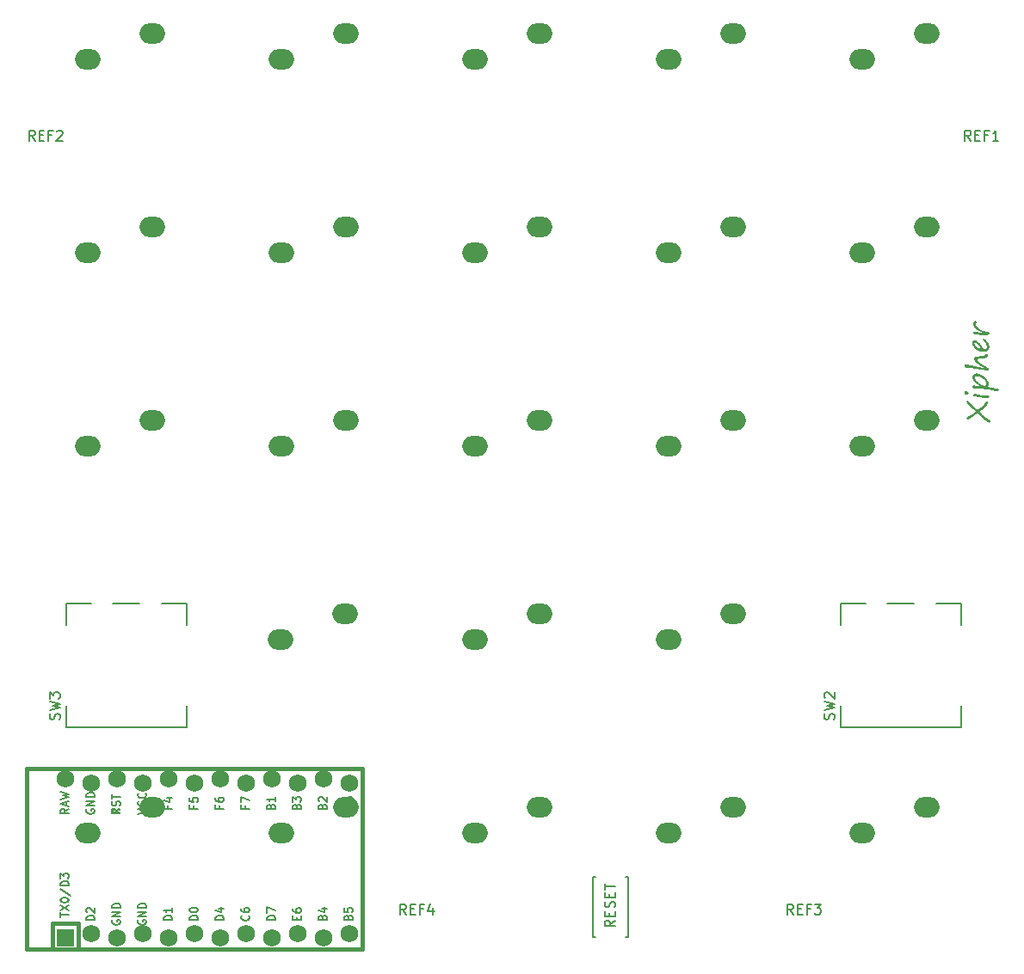
<source format=gto>
G04 #@! TF.GenerationSoftware,KiCad,Pcbnew,(6.0.1)*
G04 #@! TF.CreationDate,2022-02-24T19:16:21+09:00*
G04 #@! TF.ProjectId,xipher_kbd_nohot,78697068-6572-45f6-9b62-645f6e6f686f,rev?*
G04 #@! TF.SameCoordinates,Original*
G04 #@! TF.FileFunction,Legend,Top*
G04 #@! TF.FilePolarity,Positive*
%FSLAX46Y46*%
G04 Gerber Fmt 4.6, Leading zero omitted, Abs format (unit mm)*
G04 Created by KiCad (PCBNEW (6.0.1)) date 2022-02-24 19:16:21*
%MOMM*%
%LPD*%
G01*
G04 APERTURE LIST*
%ADD10C,0.150000*%
%ADD11C,0.200000*%
%ADD12C,0.381000*%
%ADD13C,0.160000*%
%ADD14R,1.752600X1.752600*%
%ADD15C,1.752600*%
%ADD16O,2.500000X2.000000*%
G04 APERTURE END LIST*
D10*
G04 #@! TO.C,U1*
X36391904Y-124824848D02*
X36391904Y-124367705D01*
X37191904Y-124596276D02*
X36391904Y-124596276D01*
X36391904Y-124177229D02*
X37191904Y-123643895D01*
X36391904Y-123643895D02*
X37191904Y-124177229D01*
X36391904Y-123186752D02*
X36391904Y-123110562D01*
X36430000Y-123034372D01*
X36468095Y-122996276D01*
X36544285Y-122958181D01*
X36696666Y-122920086D01*
X36887142Y-122920086D01*
X37039523Y-122958181D01*
X37115714Y-122996276D01*
X37153809Y-123034372D01*
X37191904Y-123110562D01*
X37191904Y-123186752D01*
X37153809Y-123262943D01*
X37115714Y-123301038D01*
X37039523Y-123339133D01*
X36887142Y-123377229D01*
X36696666Y-123377229D01*
X36544285Y-123339133D01*
X36468095Y-123301038D01*
X36430000Y-123262943D01*
X36391904Y-123186752D01*
X36353809Y-122005800D02*
X37382380Y-122691514D01*
X37191904Y-121739133D02*
X36391904Y-121739133D01*
X36391904Y-121548657D01*
X36430000Y-121434372D01*
X36506190Y-121358181D01*
X36582380Y-121320086D01*
X36734761Y-121281991D01*
X36849047Y-121281991D01*
X37001428Y-121320086D01*
X37077619Y-121358181D01*
X37153809Y-121434372D01*
X37191904Y-121548657D01*
X37191904Y-121739133D01*
X36391904Y-121015324D02*
X36391904Y-120520086D01*
X36696666Y-120786752D01*
X36696666Y-120672467D01*
X36734761Y-120596276D01*
X36772857Y-120558181D01*
X36849047Y-120520086D01*
X37039523Y-120520086D01*
X37115714Y-120558181D01*
X37153809Y-120596276D01*
X37191904Y-120672467D01*
X37191904Y-120901038D01*
X37153809Y-120977229D01*
X37115714Y-121015324D01*
X64712857Y-113925309D02*
X64750952Y-113811023D01*
X64789047Y-113772928D01*
X64865238Y-113734833D01*
X64979523Y-113734833D01*
X65055714Y-113772928D01*
X65093809Y-113811023D01*
X65131904Y-113887214D01*
X65131904Y-114191976D01*
X64331904Y-114191976D01*
X64331904Y-113925309D01*
X64370000Y-113849119D01*
X64408095Y-113811023D01*
X64484285Y-113772928D01*
X64560476Y-113772928D01*
X64636666Y-113811023D01*
X64674761Y-113849119D01*
X64712857Y-113925309D01*
X64712857Y-114191976D01*
X64331904Y-113049119D02*
X64331904Y-113201500D01*
X64370000Y-113277690D01*
X64408095Y-113315785D01*
X64522380Y-113391976D01*
X64674761Y-113430071D01*
X64979523Y-113430071D01*
X65055714Y-113391976D01*
X65093809Y-113353880D01*
X65131904Y-113277690D01*
X65131904Y-113125309D01*
X65093809Y-113049119D01*
X65055714Y-113011023D01*
X64979523Y-112972928D01*
X64789047Y-112972928D01*
X64712857Y-113011023D01*
X64674761Y-113049119D01*
X64636666Y-113125309D01*
X64636666Y-113277690D01*
X64674761Y-113353880D01*
X64712857Y-113391976D01*
X64789047Y-113430071D01*
X46932857Y-113868166D02*
X46932857Y-114134833D01*
X47351904Y-114134833D02*
X46551904Y-114134833D01*
X46551904Y-113753880D01*
X46818571Y-113106261D02*
X47351904Y-113106261D01*
X46513809Y-113296738D02*
X47085238Y-113487214D01*
X47085238Y-112991976D01*
X41510000Y-125133023D02*
X41471904Y-125209214D01*
X41471904Y-125323500D01*
X41510000Y-125437785D01*
X41586190Y-125513976D01*
X41662380Y-125552071D01*
X41814761Y-125590166D01*
X41929047Y-125590166D01*
X42081428Y-125552071D01*
X42157619Y-125513976D01*
X42233809Y-125437785D01*
X42271904Y-125323500D01*
X42271904Y-125247309D01*
X42233809Y-125133023D01*
X42195714Y-125094928D01*
X41929047Y-125094928D01*
X41929047Y-125247309D01*
X42271904Y-124752071D02*
X41471904Y-124752071D01*
X42271904Y-124294928D01*
X41471904Y-124294928D01*
X42271904Y-123913976D02*
X41471904Y-123913976D01*
X41471904Y-123723500D01*
X41510000Y-123609214D01*
X41586190Y-123533023D01*
X41662380Y-123494928D01*
X41814761Y-123456833D01*
X41929047Y-123456833D01*
X42081428Y-123494928D01*
X42157619Y-123533023D01*
X42233809Y-123609214D01*
X42271904Y-123723500D01*
X42271904Y-123913976D01*
X52012857Y-113868166D02*
X52012857Y-114134833D01*
X52431904Y-114134833D02*
X51631904Y-114134833D01*
X51631904Y-113753880D01*
X51631904Y-113106261D02*
X51631904Y-113258642D01*
X51670000Y-113334833D01*
X51708095Y-113372928D01*
X51822380Y-113449119D01*
X51974761Y-113487214D01*
X52279523Y-113487214D01*
X52355714Y-113449119D01*
X52393809Y-113411023D01*
X52431904Y-113334833D01*
X52431904Y-113182452D01*
X52393809Y-113106261D01*
X52355714Y-113068166D01*
X52279523Y-113030071D01*
X52089047Y-113030071D01*
X52012857Y-113068166D01*
X51974761Y-113106261D01*
X51936666Y-113182452D01*
X51936666Y-113334833D01*
X51974761Y-113411023D01*
X52012857Y-113449119D01*
X52089047Y-113487214D01*
X37191904Y-114153880D02*
X36810952Y-114420547D01*
X37191904Y-114611023D02*
X36391904Y-114611023D01*
X36391904Y-114306261D01*
X36430000Y-114230071D01*
X36468095Y-114191976D01*
X36544285Y-114153880D01*
X36658571Y-114153880D01*
X36734761Y-114191976D01*
X36772857Y-114230071D01*
X36810952Y-114306261D01*
X36810952Y-114611023D01*
X36963333Y-113849119D02*
X36963333Y-113468166D01*
X37191904Y-113925309D02*
X36391904Y-113658642D01*
X37191904Y-113391976D01*
X36391904Y-113201500D02*
X37191904Y-113011023D01*
X36620476Y-112858642D01*
X37191904Y-112706261D01*
X36391904Y-112515785D01*
X57092857Y-113925309D02*
X57130952Y-113811023D01*
X57169047Y-113772928D01*
X57245238Y-113734833D01*
X57359523Y-113734833D01*
X57435714Y-113772928D01*
X57473809Y-113811023D01*
X57511904Y-113887214D01*
X57511904Y-114191976D01*
X56711904Y-114191976D01*
X56711904Y-113925309D01*
X56750000Y-113849119D01*
X56788095Y-113811023D01*
X56864285Y-113772928D01*
X56940476Y-113772928D01*
X57016666Y-113811023D01*
X57054761Y-113849119D01*
X57092857Y-113925309D01*
X57092857Y-114191976D01*
X57511904Y-112972928D02*
X57511904Y-113430071D01*
X57511904Y-113201500D02*
X56711904Y-113201500D01*
X56826190Y-113277690D01*
X56902380Y-113353880D01*
X56940476Y-113430071D01*
X57511904Y-125113976D02*
X56711904Y-125113976D01*
X56711904Y-124923500D01*
X56750000Y-124809214D01*
X56826190Y-124733023D01*
X56902380Y-124694928D01*
X57054761Y-124656833D01*
X57169047Y-124656833D01*
X57321428Y-124694928D01*
X57397619Y-124733023D01*
X57473809Y-124809214D01*
X57511904Y-124923500D01*
X57511904Y-125113976D01*
X56711904Y-124390166D02*
X56711904Y-123856833D01*
X57511904Y-124199690D01*
X54552857Y-113868166D02*
X54552857Y-114134833D01*
X54971904Y-114134833D02*
X54171904Y-114134833D01*
X54171904Y-113753880D01*
X54171904Y-113525309D02*
X54171904Y-112991976D01*
X54971904Y-113334833D01*
X49472857Y-113868166D02*
X49472857Y-114134833D01*
X49891904Y-114134833D02*
X49091904Y-114134833D01*
X49091904Y-113753880D01*
X49091904Y-113068166D02*
X49091904Y-113449119D01*
X49472857Y-113487214D01*
X49434761Y-113449119D01*
X49396666Y-113372928D01*
X49396666Y-113182452D01*
X49434761Y-113106261D01*
X49472857Y-113068166D01*
X49549047Y-113030071D01*
X49739523Y-113030071D01*
X49815714Y-113068166D01*
X49853809Y-113106261D01*
X49891904Y-113182452D01*
X49891904Y-113372928D01*
X49853809Y-113449119D01*
X49815714Y-113487214D01*
X44011904Y-114668166D02*
X44811904Y-114401500D01*
X44011904Y-114134833D01*
X44735714Y-113411023D02*
X44773809Y-113449119D01*
X44811904Y-113563404D01*
X44811904Y-113639595D01*
X44773809Y-113753880D01*
X44697619Y-113830071D01*
X44621428Y-113868166D01*
X44469047Y-113906261D01*
X44354761Y-113906261D01*
X44202380Y-113868166D01*
X44126190Y-113830071D01*
X44050000Y-113753880D01*
X44011904Y-113639595D01*
X44011904Y-113563404D01*
X44050000Y-113449119D01*
X44088095Y-113411023D01*
X44735714Y-112611023D02*
X44773809Y-112649119D01*
X44811904Y-112763404D01*
X44811904Y-112839595D01*
X44773809Y-112953880D01*
X44697619Y-113030071D01*
X44621428Y-113068166D01*
X44469047Y-113106261D01*
X44354761Y-113106261D01*
X44202380Y-113068166D01*
X44126190Y-113030071D01*
X44050000Y-112953880D01*
X44011904Y-112839595D01*
X44011904Y-112763404D01*
X44050000Y-112649119D01*
X44088095Y-112611023D01*
X49891904Y-125113976D02*
X49091904Y-125113976D01*
X49091904Y-124923500D01*
X49130000Y-124809214D01*
X49206190Y-124733023D01*
X49282380Y-124694928D01*
X49434761Y-124656833D01*
X49549047Y-124656833D01*
X49701428Y-124694928D01*
X49777619Y-124733023D01*
X49853809Y-124809214D01*
X49891904Y-124923500D01*
X49891904Y-125113976D01*
X49091904Y-124161595D02*
X49091904Y-124085404D01*
X49130000Y-124009214D01*
X49168095Y-123971119D01*
X49244285Y-123933023D01*
X49396666Y-123894928D01*
X49587142Y-123894928D01*
X49739523Y-123933023D01*
X49815714Y-123971119D01*
X49853809Y-124009214D01*
X49891904Y-124085404D01*
X49891904Y-124161595D01*
X49853809Y-124237785D01*
X49815714Y-124275880D01*
X49739523Y-124313976D01*
X49587142Y-124352071D01*
X49396666Y-124352071D01*
X49244285Y-124313976D01*
X49168095Y-124275880D01*
X49130000Y-124237785D01*
X49091904Y-124161595D01*
X52431904Y-125113976D02*
X51631904Y-125113976D01*
X51631904Y-124923500D01*
X51670000Y-124809214D01*
X51746190Y-124733023D01*
X51822380Y-124694928D01*
X51974761Y-124656833D01*
X52089047Y-124656833D01*
X52241428Y-124694928D01*
X52317619Y-124733023D01*
X52393809Y-124809214D01*
X52431904Y-124923500D01*
X52431904Y-125113976D01*
X51898571Y-123971119D02*
X52431904Y-123971119D01*
X51593809Y-124161595D02*
X52165238Y-124352071D01*
X52165238Y-123856833D01*
X38970000Y-114211023D02*
X38931904Y-114287214D01*
X38931904Y-114401500D01*
X38970000Y-114515785D01*
X39046190Y-114591976D01*
X39122380Y-114630071D01*
X39274761Y-114668166D01*
X39389047Y-114668166D01*
X39541428Y-114630071D01*
X39617619Y-114591976D01*
X39693809Y-114515785D01*
X39731904Y-114401500D01*
X39731904Y-114325309D01*
X39693809Y-114211023D01*
X39655714Y-114172928D01*
X39389047Y-114172928D01*
X39389047Y-114325309D01*
X39731904Y-113830071D02*
X38931904Y-113830071D01*
X39731904Y-113372928D01*
X38931904Y-113372928D01*
X39731904Y-112991976D02*
X38931904Y-112991976D01*
X38931904Y-112801500D01*
X38970000Y-112687214D01*
X39046190Y-112611023D01*
X39122380Y-112572928D01*
X39274761Y-112534833D01*
X39389047Y-112534833D01*
X39541428Y-112572928D01*
X39617619Y-112611023D01*
X39693809Y-112687214D01*
X39731904Y-112801500D01*
X39731904Y-112991976D01*
X59632857Y-113925309D02*
X59670952Y-113811023D01*
X59709047Y-113772928D01*
X59785238Y-113734833D01*
X59899523Y-113734833D01*
X59975714Y-113772928D01*
X60013809Y-113811023D01*
X60051904Y-113887214D01*
X60051904Y-114191976D01*
X59251904Y-114191976D01*
X59251904Y-113925309D01*
X59290000Y-113849119D01*
X59328095Y-113811023D01*
X59404285Y-113772928D01*
X59480476Y-113772928D01*
X59556666Y-113811023D01*
X59594761Y-113849119D01*
X59632857Y-113925309D01*
X59632857Y-114191976D01*
X59251904Y-113468166D02*
X59251904Y-112972928D01*
X59556666Y-113239595D01*
X59556666Y-113125309D01*
X59594761Y-113049119D01*
X59632857Y-113011023D01*
X59709047Y-112972928D01*
X59899523Y-112972928D01*
X59975714Y-113011023D01*
X60013809Y-113049119D01*
X60051904Y-113125309D01*
X60051904Y-113353880D01*
X60013809Y-113430071D01*
X59975714Y-113468166D01*
X42203809Y-113862713D02*
X42241904Y-113748427D01*
X42241904Y-113557951D01*
X42203809Y-113481760D01*
X42165714Y-113443665D01*
X42089523Y-113405570D01*
X42013333Y-113405570D01*
X41937142Y-113443665D01*
X41899047Y-113481760D01*
X41860952Y-113557951D01*
X41822857Y-113710332D01*
X41784761Y-113786522D01*
X41746666Y-113824618D01*
X41670476Y-113862713D01*
X41594285Y-113862713D01*
X41518095Y-113824618D01*
X41480000Y-113786522D01*
X41441904Y-113710332D01*
X41441904Y-113519856D01*
X41480000Y-113405570D01*
X41441904Y-113176999D02*
X41441904Y-112719856D01*
X42241904Y-112948427D02*
X41441904Y-112948427D01*
X47351904Y-125113976D02*
X46551904Y-125113976D01*
X46551904Y-124923500D01*
X46590000Y-124809214D01*
X46666190Y-124733023D01*
X46742380Y-124694928D01*
X46894761Y-124656833D01*
X47009047Y-124656833D01*
X47161428Y-124694928D01*
X47237619Y-124733023D01*
X47313809Y-124809214D01*
X47351904Y-124923500D01*
X47351904Y-125113976D01*
X47351904Y-123894928D02*
X47351904Y-124352071D01*
X47351904Y-124123500D02*
X46551904Y-124123500D01*
X46666190Y-124199690D01*
X46742380Y-124275880D01*
X46780476Y-124352071D01*
X62172857Y-124847309D02*
X62210952Y-124733023D01*
X62249047Y-124694928D01*
X62325238Y-124656833D01*
X62439523Y-124656833D01*
X62515714Y-124694928D01*
X62553809Y-124733023D01*
X62591904Y-124809214D01*
X62591904Y-125113976D01*
X61791904Y-125113976D01*
X61791904Y-124847309D01*
X61830000Y-124771119D01*
X61868095Y-124733023D01*
X61944285Y-124694928D01*
X62020476Y-124694928D01*
X62096666Y-124733023D01*
X62134761Y-124771119D01*
X62172857Y-124847309D01*
X62172857Y-125113976D01*
X62058571Y-123971119D02*
X62591904Y-123971119D01*
X61753809Y-124161595D02*
X62325238Y-124352071D01*
X62325238Y-123856833D01*
X64712857Y-124847309D02*
X64750952Y-124733023D01*
X64789047Y-124694928D01*
X64865238Y-124656833D01*
X64979523Y-124656833D01*
X65055714Y-124694928D01*
X65093809Y-124733023D01*
X65131904Y-124809214D01*
X65131904Y-125113976D01*
X64331904Y-125113976D01*
X64331904Y-124847309D01*
X64370000Y-124771119D01*
X64408095Y-124733023D01*
X64484285Y-124694928D01*
X64560476Y-124694928D01*
X64636666Y-124733023D01*
X64674761Y-124771119D01*
X64712857Y-124847309D01*
X64712857Y-125113976D01*
X64331904Y-123933023D02*
X64331904Y-124313976D01*
X64712857Y-124352071D01*
X64674761Y-124313976D01*
X64636666Y-124237785D01*
X64636666Y-124047309D01*
X64674761Y-123971119D01*
X64712857Y-123933023D01*
X64789047Y-123894928D01*
X64979523Y-123894928D01*
X65055714Y-123933023D01*
X65093809Y-123971119D01*
X65131904Y-124047309D01*
X65131904Y-124237785D01*
X65093809Y-124313976D01*
X65055714Y-124352071D01*
X39731904Y-125113976D02*
X38931904Y-125113976D01*
X38931904Y-124923500D01*
X38970000Y-124809214D01*
X39046190Y-124733023D01*
X39122380Y-124694928D01*
X39274761Y-124656833D01*
X39389047Y-124656833D01*
X39541428Y-124694928D01*
X39617619Y-124733023D01*
X39693809Y-124809214D01*
X39731904Y-124923500D01*
X39731904Y-125113976D01*
X39008095Y-124352071D02*
X38970000Y-124313976D01*
X38931904Y-124237785D01*
X38931904Y-124047309D01*
X38970000Y-123971119D01*
X39008095Y-123933023D01*
X39084285Y-123894928D01*
X39160476Y-123894928D01*
X39274761Y-123933023D01*
X39731904Y-124390166D01*
X39731904Y-123894928D01*
X62172857Y-113925309D02*
X62210952Y-113811023D01*
X62249047Y-113772928D01*
X62325238Y-113734833D01*
X62439523Y-113734833D01*
X62515714Y-113772928D01*
X62553809Y-113811023D01*
X62591904Y-113887214D01*
X62591904Y-114191976D01*
X61791904Y-114191976D01*
X61791904Y-113925309D01*
X61830000Y-113849119D01*
X61868095Y-113811023D01*
X61944285Y-113772928D01*
X62020476Y-113772928D01*
X62096666Y-113811023D01*
X62134761Y-113849119D01*
X62172857Y-113925309D01*
X62172857Y-114191976D01*
X61868095Y-113430071D02*
X61830000Y-113391976D01*
X61791904Y-113315785D01*
X61791904Y-113125309D01*
X61830000Y-113049119D01*
X61868095Y-113011023D01*
X61944285Y-112972928D01*
X62020476Y-112972928D01*
X62134761Y-113011023D01*
X62591904Y-113468166D01*
X62591904Y-112972928D01*
X54895714Y-124656833D02*
X54933809Y-124694928D01*
X54971904Y-124809214D01*
X54971904Y-124885404D01*
X54933809Y-124999690D01*
X54857619Y-125075880D01*
X54781428Y-125113976D01*
X54629047Y-125152071D01*
X54514761Y-125152071D01*
X54362380Y-125113976D01*
X54286190Y-125075880D01*
X54210000Y-124999690D01*
X54171904Y-124885404D01*
X54171904Y-124809214D01*
X54210000Y-124694928D01*
X54248095Y-124656833D01*
X54171904Y-123971119D02*
X54171904Y-124123500D01*
X54210000Y-124199690D01*
X54248095Y-124237785D01*
X54362380Y-124313976D01*
X54514761Y-124352071D01*
X54819523Y-124352071D01*
X54895714Y-124313976D01*
X54933809Y-124275880D01*
X54971904Y-124199690D01*
X54971904Y-124047309D01*
X54933809Y-123971119D01*
X54895714Y-123933023D01*
X54819523Y-123894928D01*
X54629047Y-123894928D01*
X54552857Y-123933023D01*
X54514761Y-123971119D01*
X54476666Y-124047309D01*
X54476666Y-124199690D01*
X54514761Y-124275880D01*
X54552857Y-124313976D01*
X54629047Y-124352071D01*
X44050000Y-125133023D02*
X44011904Y-125209214D01*
X44011904Y-125323500D01*
X44050000Y-125437785D01*
X44126190Y-125513976D01*
X44202380Y-125552071D01*
X44354761Y-125590166D01*
X44469047Y-125590166D01*
X44621428Y-125552071D01*
X44697619Y-125513976D01*
X44773809Y-125437785D01*
X44811904Y-125323500D01*
X44811904Y-125247309D01*
X44773809Y-125133023D01*
X44735714Y-125094928D01*
X44469047Y-125094928D01*
X44469047Y-125247309D01*
X44811904Y-124752071D02*
X44011904Y-124752071D01*
X44811904Y-124294928D01*
X44011904Y-124294928D01*
X44811904Y-123913976D02*
X44011904Y-123913976D01*
X44011904Y-123723500D01*
X44050000Y-123609214D01*
X44126190Y-123533023D01*
X44202380Y-123494928D01*
X44354761Y-123456833D01*
X44469047Y-123456833D01*
X44621428Y-123494928D01*
X44697619Y-123533023D01*
X44773809Y-123609214D01*
X44811904Y-123723500D01*
X44811904Y-123913976D01*
X59632857Y-125075880D02*
X59632857Y-124809214D01*
X60051904Y-124694928D02*
X60051904Y-125075880D01*
X59251904Y-125075880D01*
X59251904Y-124694928D01*
X59251904Y-124009214D02*
X59251904Y-124161595D01*
X59290000Y-124237785D01*
X59328095Y-124275880D01*
X59442380Y-124352071D01*
X59594761Y-124390166D01*
X59899523Y-124390166D01*
X59975714Y-124352071D01*
X60013809Y-124313976D01*
X60051904Y-124237785D01*
X60051904Y-124085404D01*
X60013809Y-124009214D01*
X59975714Y-123971119D01*
X59899523Y-123933023D01*
X59709047Y-123933023D01*
X59632857Y-123971119D01*
X59594761Y-124009214D01*
X59556666Y-124085404D01*
X59556666Y-124237785D01*
X59594761Y-124313976D01*
X59632857Y-124352071D01*
X59709047Y-124390166D01*
G04 #@! TO.C,REF1*
X125952380Y-48352380D02*
X125619047Y-47876190D01*
X125380952Y-48352380D02*
X125380952Y-47352380D01*
X125761904Y-47352380D01*
X125857142Y-47400000D01*
X125904761Y-47447619D01*
X125952380Y-47542857D01*
X125952380Y-47685714D01*
X125904761Y-47780952D01*
X125857142Y-47828571D01*
X125761904Y-47876190D01*
X125380952Y-47876190D01*
X126380952Y-47828571D02*
X126714285Y-47828571D01*
X126857142Y-48352380D02*
X126380952Y-48352380D01*
X126380952Y-47352380D01*
X126857142Y-47352380D01*
X127619047Y-47828571D02*
X127285714Y-47828571D01*
X127285714Y-48352380D02*
X127285714Y-47352380D01*
X127761904Y-47352380D01*
X128666666Y-48352380D02*
X128095238Y-48352380D01*
X128380952Y-48352380D02*
X128380952Y-47352380D01*
X128285714Y-47495238D01*
X128190476Y-47590476D01*
X128095238Y-47638095D01*
G04 #@! TO.C,REF2*
X33877380Y-48352380D02*
X33544047Y-47876190D01*
X33305952Y-48352380D02*
X33305952Y-47352380D01*
X33686904Y-47352380D01*
X33782142Y-47400000D01*
X33829761Y-47447619D01*
X33877380Y-47542857D01*
X33877380Y-47685714D01*
X33829761Y-47780952D01*
X33782142Y-47828571D01*
X33686904Y-47876190D01*
X33305952Y-47876190D01*
X34305952Y-47828571D02*
X34639285Y-47828571D01*
X34782142Y-48352380D02*
X34305952Y-48352380D01*
X34305952Y-47352380D01*
X34782142Y-47352380D01*
X35544047Y-47828571D02*
X35210714Y-47828571D01*
X35210714Y-48352380D02*
X35210714Y-47352380D01*
X35686904Y-47352380D01*
X36020238Y-47447619D02*
X36067857Y-47400000D01*
X36163095Y-47352380D01*
X36401190Y-47352380D01*
X36496428Y-47400000D01*
X36544047Y-47447619D01*
X36591666Y-47542857D01*
X36591666Y-47638095D01*
X36544047Y-47780952D01*
X35972619Y-48352380D01*
X36591666Y-48352380D01*
G04 #@! TO.C,REF4*
X70389880Y-124552380D02*
X70056547Y-124076190D01*
X69818452Y-124552380D02*
X69818452Y-123552380D01*
X70199404Y-123552380D01*
X70294642Y-123600000D01*
X70342261Y-123647619D01*
X70389880Y-123742857D01*
X70389880Y-123885714D01*
X70342261Y-123980952D01*
X70294642Y-124028571D01*
X70199404Y-124076190D01*
X69818452Y-124076190D01*
X70818452Y-124028571D02*
X71151785Y-124028571D01*
X71294642Y-124552380D02*
X70818452Y-124552380D01*
X70818452Y-123552380D01*
X71294642Y-123552380D01*
X72056547Y-124028571D02*
X71723214Y-124028571D01*
X71723214Y-124552380D02*
X71723214Y-123552380D01*
X72199404Y-123552380D01*
X73008928Y-123885714D02*
X73008928Y-124552380D01*
X72770833Y-123504761D02*
X72532738Y-124219047D01*
X73151785Y-124219047D01*
G04 #@! TO.C,REF3*
X108489880Y-124552380D02*
X108156547Y-124076190D01*
X107918452Y-124552380D02*
X107918452Y-123552380D01*
X108299404Y-123552380D01*
X108394642Y-123600000D01*
X108442261Y-123647619D01*
X108489880Y-123742857D01*
X108489880Y-123885714D01*
X108442261Y-123980952D01*
X108394642Y-124028571D01*
X108299404Y-124076190D01*
X107918452Y-124076190D01*
X108918452Y-124028571D02*
X109251785Y-124028571D01*
X109394642Y-124552380D02*
X108918452Y-124552380D01*
X108918452Y-123552380D01*
X109394642Y-123552380D01*
X110156547Y-124028571D02*
X109823214Y-124028571D01*
X109823214Y-124552380D02*
X109823214Y-123552380D01*
X110299404Y-123552380D01*
X110585119Y-123552380D02*
X111204166Y-123552380D01*
X110870833Y-123933333D01*
X111013690Y-123933333D01*
X111108928Y-123980952D01*
X111156547Y-124028571D01*
X111204166Y-124123809D01*
X111204166Y-124361904D01*
X111156547Y-124457142D01*
X111108928Y-124504761D01*
X111013690Y-124552380D01*
X110727976Y-124552380D01*
X110632738Y-124504761D01*
X110585119Y-124457142D01*
D11*
G04 #@! TO.C,SW2*
X112467261Y-105345833D02*
X112514880Y-105202976D01*
X112514880Y-104964880D01*
X112467261Y-104869642D01*
X112419642Y-104822023D01*
X112324404Y-104774404D01*
X112229166Y-104774404D01*
X112133928Y-104822023D01*
X112086309Y-104869642D01*
X112038690Y-104964880D01*
X111991071Y-105155357D01*
X111943452Y-105250595D01*
X111895833Y-105298214D01*
X111800595Y-105345833D01*
X111705357Y-105345833D01*
X111610119Y-105298214D01*
X111562500Y-105250595D01*
X111514880Y-105155357D01*
X111514880Y-104917261D01*
X111562500Y-104774404D01*
X111514880Y-104441071D02*
X112514880Y-104202976D01*
X111800595Y-104012500D01*
X112514880Y-103822023D01*
X111514880Y-103583928D01*
X111610119Y-103250595D02*
X111562500Y-103202976D01*
X111514880Y-103107738D01*
X111514880Y-102869642D01*
X111562500Y-102774404D01*
X111610119Y-102726785D01*
X111705357Y-102679166D01*
X111800595Y-102679166D01*
X111943452Y-102726785D01*
X112514880Y-103298214D01*
X112514880Y-102679166D01*
G04 #@! TO.C,SW3*
X36267261Y-105345833D02*
X36314880Y-105202976D01*
X36314880Y-104964880D01*
X36267261Y-104869642D01*
X36219642Y-104822023D01*
X36124404Y-104774404D01*
X36029166Y-104774404D01*
X35933928Y-104822023D01*
X35886309Y-104869642D01*
X35838690Y-104964880D01*
X35791071Y-105155357D01*
X35743452Y-105250595D01*
X35695833Y-105298214D01*
X35600595Y-105345833D01*
X35505357Y-105345833D01*
X35410119Y-105298214D01*
X35362500Y-105250595D01*
X35314880Y-105155357D01*
X35314880Y-104917261D01*
X35362500Y-104774404D01*
X35314880Y-104441071D02*
X36314880Y-104202976D01*
X35600595Y-104012500D01*
X36314880Y-103822023D01*
X35314880Y-103583928D01*
X35314880Y-103298214D02*
X35314880Y-102679166D01*
X35695833Y-103012500D01*
X35695833Y-102869642D01*
X35743452Y-102774404D01*
X35791071Y-102726785D01*
X35886309Y-102679166D01*
X36124404Y-102679166D01*
X36219642Y-102726785D01*
X36267261Y-102774404D01*
X36314880Y-102869642D01*
X36314880Y-103155357D01*
X36267261Y-103250595D01*
X36219642Y-103298214D01*
D10*
G04 #@! TO.C,SW1*
X90939880Y-125150380D02*
X90463690Y-125483714D01*
X90939880Y-125721809D02*
X89939880Y-125721809D01*
X89939880Y-125340857D01*
X89987500Y-125245619D01*
X90035119Y-125198000D01*
X90130357Y-125150380D01*
X90273214Y-125150380D01*
X90368452Y-125198000D01*
X90416071Y-125245619D01*
X90463690Y-125340857D01*
X90463690Y-125721809D01*
X90416071Y-124721809D02*
X90416071Y-124388476D01*
X90939880Y-124245619D02*
X90939880Y-124721809D01*
X89939880Y-124721809D01*
X89939880Y-124245619D01*
X90892261Y-123864666D02*
X90939880Y-123721809D01*
X90939880Y-123483714D01*
X90892261Y-123388476D01*
X90844642Y-123340857D01*
X90749404Y-123293238D01*
X90654166Y-123293238D01*
X90558928Y-123340857D01*
X90511309Y-123388476D01*
X90463690Y-123483714D01*
X90416071Y-123674190D01*
X90368452Y-123769428D01*
X90320833Y-123817047D01*
X90225595Y-123864666D01*
X90130357Y-123864666D01*
X90035119Y-123817047D01*
X89987500Y-123769428D01*
X89939880Y-123674190D01*
X89939880Y-123436095D01*
X89987500Y-123293238D01*
X90416071Y-122864666D02*
X90416071Y-122531333D01*
X90939880Y-122388476D02*
X90939880Y-122864666D01*
X89939880Y-122864666D01*
X89939880Y-122388476D01*
X89939880Y-122102761D02*
X89939880Y-121531333D01*
X90939880Y-121817047D02*
X89939880Y-121817047D01*
G04 #@! TO.C,G1*
G36*
X127080680Y-72785995D02*
G01*
X126922173Y-72771614D01*
X126853514Y-72766605D01*
X126813377Y-72763997D01*
X126775808Y-72761779D01*
X126739814Y-72759917D01*
X126704406Y-72758382D01*
X126668589Y-72757142D01*
X126631373Y-72756166D01*
X126591766Y-72755423D01*
X126548775Y-72754881D01*
X126501409Y-72754509D01*
X126462886Y-72754325D01*
X126422492Y-72754154D01*
X126387646Y-72753937D01*
X126357793Y-72753638D01*
X126332378Y-72753218D01*
X126310846Y-72752640D01*
X126292642Y-72751866D01*
X126277210Y-72750858D01*
X126263994Y-72749579D01*
X126252441Y-72747991D01*
X126241994Y-72746056D01*
X126232099Y-72743737D01*
X126222200Y-72740995D01*
X126211742Y-72737793D01*
X126209588Y-72737111D01*
X126177295Y-72724238D01*
X126148194Y-72707393D01*
X126122759Y-72687095D01*
X126101467Y-72663863D01*
X126084791Y-72638216D01*
X126073208Y-72610671D01*
X126067194Y-72581765D01*
X126067077Y-72563625D01*
X126071260Y-72548051D01*
X126080318Y-72533680D01*
X126092787Y-72520938D01*
X126106672Y-72509753D01*
X126121901Y-72499919D01*
X126138765Y-72491432D01*
X126157554Y-72484286D01*
X126178560Y-72478476D01*
X126202075Y-72473997D01*
X126228388Y-72470844D01*
X126257792Y-72469011D01*
X126290578Y-72468493D01*
X126327036Y-72469285D01*
X126367457Y-72471382D01*
X126412134Y-72474778D01*
X126461356Y-72479468D01*
X126515416Y-72485446D01*
X126574604Y-72492709D01*
X126639211Y-72501249D01*
X126701701Y-72509949D01*
X126732958Y-72514369D01*
X126763004Y-72518584D01*
X126791179Y-72522503D01*
X126816824Y-72526035D01*
X126839276Y-72529091D01*
X126857876Y-72531580D01*
X126871964Y-72533412D01*
X126880878Y-72534497D01*
X126882506Y-72534669D01*
X126903869Y-72536749D01*
X126844359Y-72500900D01*
X126752409Y-72443376D01*
X126665968Y-72384920D01*
X126585107Y-72325596D01*
X126509898Y-72265465D01*
X126440409Y-72204591D01*
X126376713Y-72143035D01*
X126318880Y-72080860D01*
X126266980Y-72018128D01*
X126221084Y-71954902D01*
X126212294Y-71941688D01*
X126197787Y-71918134D01*
X126182756Y-71891241D01*
X126167966Y-71862573D01*
X126154188Y-71833698D01*
X126142188Y-71806180D01*
X126132734Y-71781584D01*
X126130473Y-71774897D01*
X126122138Y-71747979D01*
X126116015Y-71724681D01*
X126111795Y-71703065D01*
X126110267Y-71690319D01*
X126362177Y-71690319D01*
X126365118Y-71726604D01*
X126373943Y-71764413D01*
X126388652Y-71803746D01*
X126409250Y-71844609D01*
X126435736Y-71887002D01*
X126468114Y-71930929D01*
X126506385Y-71976392D01*
X126550551Y-72023393D01*
X126600615Y-72071937D01*
X126656578Y-72122025D01*
X126718442Y-72173660D01*
X126726865Y-72180444D01*
X126796696Y-72234974D01*
X126863876Y-72284402D01*
X126928361Y-72328705D01*
X126990111Y-72367859D01*
X127049084Y-72401842D01*
X127105238Y-72430630D01*
X127158530Y-72454200D01*
X127208919Y-72472529D01*
X127256364Y-72485594D01*
X127290352Y-72491977D01*
X127319217Y-72495119D01*
X127343783Y-72495109D01*
X127365167Y-72491608D01*
X127384486Y-72484277D01*
X127402858Y-72472778D01*
X127421399Y-72456773D01*
X127427898Y-72450287D01*
X127450209Y-72423236D01*
X127467664Y-72392823D01*
X127480369Y-72358818D01*
X127488424Y-72320992D01*
X127489451Y-72313248D01*
X127490064Y-72301438D01*
X127489790Y-72285534D01*
X127488752Y-72267463D01*
X127487077Y-72249150D01*
X127484889Y-72232519D01*
X127483802Y-72226264D01*
X127473445Y-72186330D01*
X127457398Y-72144722D01*
X127435791Y-72101612D01*
X127408752Y-72057171D01*
X127376410Y-72011570D01*
X127338893Y-71964980D01*
X127296330Y-71917574D01*
X127248850Y-71869522D01*
X127196582Y-71820996D01*
X127147874Y-71778993D01*
X127084851Y-71729353D01*
X127021490Y-71685337D01*
X126957930Y-71647013D01*
X126894312Y-71614449D01*
X126830776Y-71587713D01*
X126767463Y-71566871D01*
X126704512Y-71551993D01*
X126663833Y-71545549D01*
X126638133Y-71543051D01*
X126610355Y-71541690D01*
X126581894Y-71541433D01*
X126554145Y-71542242D01*
X126528502Y-71544083D01*
X126506361Y-71546920D01*
X126491878Y-71549942D01*
X126459389Y-71560902D01*
X126431088Y-71575333D01*
X126407255Y-71592933D01*
X126388168Y-71613398D01*
X126374107Y-71636427D01*
X126365353Y-71661717D01*
X126362184Y-71688964D01*
X126362177Y-71690319D01*
X126110267Y-71690319D01*
X126109172Y-71681190D01*
X126107839Y-71657118D01*
X126107489Y-71629648D01*
X126107985Y-71601512D01*
X126109632Y-71577749D01*
X126112739Y-71556686D01*
X126117615Y-71536650D01*
X126124568Y-71515969D01*
X126131820Y-71497868D01*
X126149555Y-71463132D01*
X126172590Y-71429698D01*
X126200151Y-71398260D01*
X126231467Y-71369512D01*
X126265763Y-71344147D01*
X126302266Y-71322859D01*
X126340205Y-71306341D01*
X126348529Y-71303461D01*
X126369829Y-71296912D01*
X126389871Y-71291904D01*
X126409996Y-71288263D01*
X126431544Y-71285813D01*
X126455854Y-71284379D01*
X126484267Y-71283786D01*
X126499507Y-71283749D01*
X126582247Y-71286918D01*
X126663942Y-71296087D01*
X126744548Y-71311233D01*
X126824018Y-71332333D01*
X126902305Y-71359366D01*
X126979364Y-71392310D01*
X127055149Y-71431141D01*
X127129614Y-71475839D01*
X127202712Y-71526381D01*
X127274398Y-71582744D01*
X127344625Y-71644907D01*
X127413347Y-71712847D01*
X127432728Y-71733347D01*
X127489177Y-71796870D01*
X127539579Y-71859768D01*
X127583956Y-71922079D01*
X127622329Y-71983839D01*
X127654720Y-72045085D01*
X127681150Y-72105853D01*
X127701640Y-72166182D01*
X127715430Y-72222160D01*
X127723810Y-72271144D01*
X127728306Y-72315600D01*
X127728890Y-72355732D01*
X127725531Y-72391744D01*
X127718200Y-72423840D01*
X127706869Y-72452224D01*
X127691508Y-72477101D01*
X127676381Y-72494531D01*
X127657786Y-72511053D01*
X127634104Y-72528684D01*
X127606126Y-72546885D01*
X127574642Y-72565116D01*
X127566034Y-72569766D01*
X127552989Y-72576786D01*
X127542150Y-72582759D01*
X127534519Y-72587122D01*
X127531101Y-72589311D01*
X127531011Y-72589433D01*
X127533882Y-72590693D01*
X127542035Y-72593048D01*
X127554778Y-72596341D01*
X127571419Y-72600414D01*
X127591265Y-72605108D01*
X127613627Y-72610265D01*
X127637810Y-72615727D01*
X127663125Y-72621336D01*
X127688878Y-72626934D01*
X127714379Y-72632363D01*
X127738934Y-72637464D01*
X127758368Y-72641390D01*
X127801149Y-72649734D01*
X127844149Y-72657779D01*
X127888115Y-72665648D01*
X127933795Y-72673463D01*
X127981936Y-72681348D01*
X128033284Y-72689424D01*
X128088587Y-72697816D01*
X128148591Y-72706645D01*
X128202403Y-72714379D01*
X128256892Y-72722155D01*
X128305667Y-72729150D01*
X128349062Y-72735419D01*
X128387409Y-72741014D01*
X128421041Y-72745987D01*
X128450293Y-72750392D01*
X128475495Y-72754279D01*
X128496983Y-72757704D01*
X128515088Y-72760717D01*
X128530144Y-72763372D01*
X128542483Y-72765720D01*
X128552439Y-72767816D01*
X128560345Y-72769712D01*
X128566533Y-72771459D01*
X128569303Y-72772368D01*
X128589592Y-72780862D01*
X128611240Y-72792395D01*
X128632917Y-72806043D01*
X128653293Y-72820878D01*
X128671035Y-72835976D01*
X128684815Y-72850410D01*
X128688663Y-72855425D01*
X128698635Y-72871505D01*
X128704004Y-72886027D01*
X128705131Y-72900985D01*
X128702380Y-72918370D01*
X128701054Y-72923604D01*
X128693980Y-72942759D01*
X128682652Y-72964230D01*
X128667791Y-72986798D01*
X128650801Y-73008450D01*
X128634822Y-73026078D01*
X128620766Y-73038886D01*
X128607749Y-73047475D01*
X128594889Y-73052445D01*
X128583428Y-73054273D01*
X128569919Y-73054676D01*
X128554125Y-73054029D01*
X128535646Y-73052258D01*
X128514080Y-73049293D01*
X128489026Y-73045059D01*
X128460084Y-73039485D01*
X128426850Y-73032498D01*
X128388925Y-73024025D01*
X128345906Y-73013994D01*
X128301586Y-73003352D01*
X128116088Y-72959937D01*
X127934082Y-72920611D01*
X127755690Y-72885392D01*
X127581032Y-72854302D01*
X127410230Y-72827359D01*
X127319217Y-72814933D01*
X127243406Y-72804583D01*
X127080680Y-72785995D01*
G37*
G36*
X125680922Y-73978428D02*
G01*
X125687982Y-73981120D01*
X125698359Y-73987302D01*
X125710526Y-73996224D01*
X125724758Y-74008153D01*
X125741331Y-74023354D01*
X125760519Y-74042090D01*
X125782598Y-74064628D01*
X125807842Y-74091233D01*
X125836526Y-74122168D01*
X125852570Y-74139700D01*
X125882191Y-74171799D01*
X125914850Y-74206480D01*
X125950145Y-74243352D01*
X125987672Y-74282024D01*
X126027030Y-74322105D01*
X126067815Y-74363203D01*
X126109625Y-74404928D01*
X126152058Y-74446888D01*
X126194710Y-74488693D01*
X126237180Y-74529950D01*
X126279065Y-74570269D01*
X126319963Y-74609259D01*
X126359470Y-74646529D01*
X126397184Y-74681687D01*
X126432702Y-74714342D01*
X126465623Y-74744103D01*
X126495543Y-74770579D01*
X126522060Y-74793379D01*
X126543758Y-74811298D01*
X126564195Y-74827305D01*
X126582922Y-74841149D01*
X126599294Y-74852395D01*
X126612666Y-74860605D01*
X126622391Y-74865345D01*
X126625041Y-74866155D01*
X126630884Y-74866526D01*
X126637741Y-74864738D01*
X126647068Y-74860277D01*
X126656041Y-74855173D01*
X126677970Y-74841685D01*
X126701790Y-74825912D01*
X126727787Y-74807632D01*
X126756248Y-74786623D01*
X126787457Y-74762662D01*
X126821700Y-74735527D01*
X126859263Y-74704997D01*
X126900432Y-74670849D01*
X126945492Y-74632860D01*
X126983014Y-74600856D01*
X127026426Y-74563356D01*
X127065311Y-74529063D01*
X127100062Y-74497569D01*
X127131069Y-74468465D01*
X127158723Y-74441343D01*
X127183416Y-74415794D01*
X127205539Y-74391410D01*
X127225483Y-74367782D01*
X127243639Y-74344502D01*
X127260398Y-74321162D01*
X127276152Y-74297352D01*
X127280850Y-74289882D01*
X127297168Y-74263827D01*
X127310959Y-74242302D01*
X127322754Y-74224554D01*
X127333086Y-74209832D01*
X127342489Y-74197384D01*
X127351495Y-74186459D01*
X127360639Y-74176307D01*
X127363722Y-74173054D01*
X127387301Y-74149962D01*
X127412851Y-74127598D01*
X127439161Y-74106885D01*
X127465024Y-74088744D01*
X127489228Y-74074099D01*
X127502000Y-74067584D01*
X127512915Y-74062663D01*
X127520653Y-74060072D01*
X127527511Y-74059445D01*
X127535787Y-74060415D01*
X127540996Y-74061350D01*
X127563407Y-74068492D01*
X127585350Y-74081291D01*
X127606096Y-74099308D01*
X127608788Y-74102141D01*
X127619795Y-74115388D01*
X127627340Y-74128398D01*
X127631977Y-74142789D01*
X127634263Y-74160181D01*
X127634771Y-74177943D01*
X127632049Y-74213161D01*
X127623818Y-74249187D01*
X127609980Y-74286328D01*
X127590435Y-74324891D01*
X127584494Y-74335043D01*
X127572809Y-74353808D01*
X127560842Y-74371455D01*
X127547942Y-74388764D01*
X127533457Y-74406513D01*
X127516734Y-74425483D01*
X127497122Y-74446453D01*
X127473967Y-74470202D01*
X127458054Y-74486158D01*
X127434076Y-74509723D01*
X127409115Y-74533584D01*
X127382856Y-74558009D01*
X127354981Y-74583268D01*
X127325173Y-74609627D01*
X127293114Y-74637355D01*
X127258487Y-74666719D01*
X127220976Y-74697989D01*
X127180263Y-74731431D01*
X127136031Y-74767314D01*
X127087962Y-74805905D01*
X127035740Y-74847474D01*
X126979047Y-74892287D01*
X126955120Y-74911123D01*
X126922555Y-74936747D01*
X126894482Y-74958870D01*
X126870584Y-74977751D01*
X126850543Y-74993648D01*
X126834041Y-75006817D01*
X126820761Y-75017517D01*
X126810385Y-75026006D01*
X126802596Y-75032541D01*
X126797076Y-75037380D01*
X126793507Y-75040781D01*
X126791573Y-75043001D01*
X126790955Y-75044298D01*
X126790953Y-75044357D01*
X126793089Y-75046903D01*
X126799222Y-75053269D01*
X126808941Y-75063053D01*
X126821833Y-75075857D01*
X126837486Y-75091279D01*
X126855488Y-75108918D01*
X126875428Y-75128375D01*
X126896892Y-75149249D01*
X126919470Y-75171139D01*
X126942749Y-75193644D01*
X126966316Y-75216365D01*
X126989761Y-75238900D01*
X127012670Y-75260850D01*
X127034632Y-75281813D01*
X127055235Y-75301390D01*
X127061211Y-75307048D01*
X127123739Y-75365682D01*
X127183269Y-75420472D01*
X127239709Y-75471342D01*
X127292971Y-75518219D01*
X127342962Y-75561029D01*
X127389594Y-75599697D01*
X127432774Y-75634149D01*
X127472412Y-75664312D01*
X127508418Y-75690110D01*
X127540702Y-75711470D01*
X127569172Y-75728318D01*
X127586772Y-75737381D01*
X127596636Y-75741718D01*
X127610635Y-75747387D01*
X127627127Y-75753745D01*
X127644471Y-75760150D01*
X127650030Y-75762139D01*
X127692709Y-75777953D01*
X127729757Y-75793236D01*
X127761586Y-75808306D01*
X127788609Y-75823480D01*
X127811238Y-75839075D01*
X127829888Y-75855409D01*
X127844970Y-75872799D01*
X127856898Y-75891562D01*
X127866084Y-75912015D01*
X127872627Y-75933224D01*
X127876278Y-75951466D01*
X127878869Y-75972174D01*
X127880309Y-75993538D01*
X127880508Y-76013743D01*
X127879375Y-76030978D01*
X127877941Y-76039476D01*
X127871994Y-76059280D01*
X127863977Y-76074847D01*
X127852912Y-76087945D01*
X127849367Y-76091207D01*
X127835288Y-76101453D01*
X127819356Y-76108533D01*
X127800153Y-76112939D01*
X127781159Y-76114890D01*
X127758454Y-76114703D01*
X127734570Y-76111180D01*
X127708935Y-76104119D01*
X127680979Y-76093320D01*
X127650129Y-76078582D01*
X127615815Y-76059705D01*
X127603706Y-76052576D01*
X127563914Y-76027780D01*
X127521578Y-75999379D01*
X127476599Y-75967288D01*
X127428879Y-75931423D01*
X127378321Y-75891700D01*
X127324826Y-75848035D01*
X127268296Y-75800342D01*
X127208632Y-75748538D01*
X127145738Y-75692538D01*
X127079514Y-75632257D01*
X127009864Y-75567612D01*
X126936687Y-75498517D01*
X126859888Y-75424889D01*
X126779367Y-75346643D01*
X126749803Y-75317675D01*
X126721289Y-75289786D01*
X126696724Y-75266005D01*
X126675810Y-75246060D01*
X126658248Y-75229679D01*
X126643738Y-75216587D01*
X126631982Y-75206513D01*
X126622680Y-75199184D01*
X126615533Y-75194326D01*
X126613043Y-75192927D01*
X126607047Y-75190436D01*
X126601586Y-75190458D01*
X126594032Y-75193159D01*
X126591517Y-75194267D01*
X126584558Y-75197728D01*
X126575871Y-75202704D01*
X126565149Y-75209413D01*
X126552086Y-75218072D01*
X126536375Y-75228900D01*
X126517709Y-75242114D01*
X126495782Y-75257931D01*
X126470286Y-75276569D01*
X126440914Y-75298246D01*
X126407360Y-75323178D01*
X126369318Y-75351584D01*
X126363703Y-75355785D01*
X126296654Y-75405845D01*
X126234189Y-75452225D01*
X126176127Y-75495053D01*
X126122283Y-75534460D01*
X126072473Y-75570574D01*
X126026516Y-75603525D01*
X125984227Y-75633443D01*
X125945423Y-75660456D01*
X125909920Y-75684695D01*
X125877536Y-75706288D01*
X125848087Y-75725365D01*
X125821389Y-75742056D01*
X125797260Y-75756489D01*
X125789607Y-75760906D01*
X125768904Y-75772415D01*
X125752091Y-75780845D01*
X125738006Y-75786539D01*
X125725487Y-75789841D01*
X125713368Y-75791094D01*
X125700489Y-75790642D01*
X125692055Y-75789714D01*
X125666383Y-75784748D01*
X125640569Y-75776741D01*
X125615602Y-75766245D01*
X125592469Y-75753810D01*
X125572161Y-75739986D01*
X125555664Y-75725324D01*
X125543968Y-75710374D01*
X125541521Y-75705871D01*
X125535917Y-75687464D01*
X125535898Y-75667460D01*
X125541299Y-75646319D01*
X125551960Y-75624500D01*
X125567717Y-75602462D01*
X125584554Y-75584328D01*
X125598599Y-75571700D01*
X125614978Y-75558958D01*
X125634312Y-75545704D01*
X125657222Y-75531544D01*
X125684327Y-75516083D01*
X125716250Y-75498926D01*
X125729942Y-75491792D01*
X125800381Y-75454087D01*
X125870687Y-75413859D01*
X125941330Y-75370789D01*
X126012782Y-75324558D01*
X126085511Y-75274845D01*
X126159990Y-75221333D01*
X126236687Y-75163701D01*
X126316074Y-75101631D01*
X126376881Y-75052610D01*
X126432784Y-75007001D01*
X126425710Y-75000286D01*
X126421956Y-74996836D01*
X126414179Y-74989776D01*
X126402900Y-74979575D01*
X126388635Y-74966701D01*
X126371906Y-74951624D01*
X126353231Y-74934810D01*
X126333129Y-74916729D01*
X126324030Y-74908551D01*
X126248165Y-74840247D01*
X126176852Y-74775777D01*
X126109981Y-74715032D01*
X126047442Y-74657905D01*
X125989126Y-74604288D01*
X125934923Y-74554075D01*
X125884724Y-74507156D01*
X125838418Y-74463426D01*
X125795898Y-74422775D01*
X125757052Y-74385097D01*
X125721772Y-74350284D01*
X125689947Y-74318229D01*
X125661469Y-74288823D01*
X125636228Y-74261960D01*
X125614114Y-74237531D01*
X125595018Y-74215429D01*
X125578829Y-74195547D01*
X125565440Y-74177777D01*
X125554739Y-74162011D01*
X125546619Y-74148142D01*
X125543654Y-74142233D01*
X125538925Y-74131625D01*
X125536627Y-74123937D01*
X125536357Y-74116684D01*
X125537714Y-74107383D01*
X125537870Y-74106537D01*
X125542819Y-74088447D01*
X125551266Y-74070273D01*
X125563843Y-74050817D01*
X125574413Y-74037059D01*
X125592276Y-74017401D01*
X125611006Y-74001248D01*
X125629919Y-73988937D01*
X125648332Y-73980806D01*
X125665561Y-73977191D01*
X125680922Y-73978428D01*
G37*
G36*
X126437305Y-66120255D02*
G01*
X126445697Y-66121402D01*
X126453261Y-66123619D01*
X126461756Y-66127233D01*
X126468990Y-66130671D01*
X126490721Y-66143007D01*
X126507137Y-66156911D01*
X126518991Y-66173313D01*
X126527038Y-66193143D01*
X126530158Y-66206065D01*
X126532433Y-66232753D01*
X126529269Y-66259970D01*
X126520982Y-66286213D01*
X126508383Y-66309269D01*
X126502019Y-66317700D01*
X126492812Y-66328870D01*
X126482158Y-66341122D01*
X126474470Y-66349579D01*
X126454809Y-66373127D01*
X126440718Y-66395377D01*
X126439417Y-66397938D01*
X126430186Y-66422408D01*
X126426325Y-66447840D01*
X126427882Y-66474496D01*
X126434907Y-66502636D01*
X126447448Y-66532523D01*
X126465555Y-66564416D01*
X126472786Y-66575465D01*
X126495156Y-66605776D01*
X126522760Y-66638270D01*
X126555262Y-66672636D01*
X126592326Y-66708561D01*
X126633617Y-66745732D01*
X126678799Y-66783837D01*
X126727536Y-66822562D01*
X126779493Y-66861595D01*
X126781798Y-66863278D01*
X126868368Y-66923149D01*
X126955831Y-66977060D01*
X127044459Y-67025123D01*
X127134523Y-67067450D01*
X127226295Y-67104152D01*
X127320047Y-67135342D01*
X127416052Y-67161132D01*
X127514580Y-67181632D01*
X127581365Y-67192354D01*
X127612669Y-67197187D01*
X127638924Y-67202129D01*
X127661181Y-67207443D01*
X127680494Y-67213390D01*
X127697913Y-67220232D01*
X127703436Y-67222736D01*
X127727155Y-67236511D01*
X127746160Y-67253556D01*
X127760606Y-67274151D01*
X127770646Y-67298574D01*
X127776435Y-67327106D01*
X127778138Y-67358063D01*
X127777637Y-67374750D01*
X127776065Y-67387098D01*
X127773176Y-67396813D01*
X127772296Y-67398862D01*
X127761079Y-67416388D01*
X127744172Y-67432364D01*
X127721820Y-67446660D01*
X127694270Y-67459148D01*
X127661767Y-67469697D01*
X127624557Y-67478177D01*
X127620500Y-67478922D01*
X127600188Y-67482422D01*
X127580673Y-67485424D01*
X127561301Y-67487962D01*
X127541416Y-67490073D01*
X127520364Y-67491792D01*
X127497489Y-67493154D01*
X127472136Y-67494195D01*
X127443651Y-67494951D01*
X127411377Y-67495457D01*
X127374661Y-67495748D01*
X127332847Y-67495860D01*
X127308230Y-67495859D01*
X127203573Y-67495284D01*
X127104747Y-67493717D01*
X127011558Y-67491149D01*
X126923812Y-67487570D01*
X126841316Y-67482969D01*
X126763875Y-67477336D01*
X126691297Y-67470660D01*
X126623388Y-67462932D01*
X126584488Y-67457742D01*
X126569066Y-67455689D01*
X126549103Y-67453225D01*
X126526131Y-67450526D01*
X126501683Y-67447772D01*
X126477294Y-67445141D01*
X126466995Y-67444071D01*
X126426264Y-67439682D01*
X126391241Y-67435446D01*
X126361534Y-67431302D01*
X126336750Y-67427186D01*
X126316497Y-67423039D01*
X126300383Y-67418797D01*
X126294630Y-67416929D01*
X126268590Y-67404849D01*
X126244134Y-67387733D01*
X126222077Y-67366561D01*
X126203237Y-67342313D01*
X126188433Y-67315967D01*
X126178480Y-67288503D01*
X126175502Y-67274164D01*
X126173779Y-67246104D01*
X126177352Y-67220832D01*
X126185923Y-67198686D01*
X126199199Y-67180005D01*
X126216882Y-67165126D01*
X126238677Y-67154389D01*
X126264289Y-67148131D01*
X126286989Y-67146577D01*
X126300435Y-67146838D01*
X126314053Y-67147711D01*
X126328500Y-67149330D01*
X126344432Y-67151830D01*
X126362505Y-67155344D01*
X126383374Y-67160007D01*
X126407695Y-67165953D01*
X126436126Y-67173316D01*
X126469320Y-67182231D01*
X126493404Y-67188822D01*
X126533857Y-67199405D01*
X126568975Y-67207424D01*
X126598691Y-67212864D01*
X126617001Y-67215206D01*
X126627769Y-67216546D01*
X126642801Y-67218808D01*
X126660376Y-67221715D01*
X126678772Y-67224988D01*
X126685472Y-67226243D01*
X126704775Y-67229601D01*
X126727965Y-67233151D01*
X126752847Y-67236585D01*
X126777226Y-67239595D01*
X126792285Y-67241230D01*
X126816874Y-67243557D01*
X126844813Y-67245930D01*
X126875128Y-67248287D01*
X126906843Y-67250569D01*
X126938986Y-67252714D01*
X126970583Y-67254661D01*
X127000660Y-67256350D01*
X127028243Y-67257719D01*
X127052358Y-67258709D01*
X127072032Y-67259258D01*
X127082398Y-67259348D01*
X127120546Y-67259209D01*
X127105287Y-67251265D01*
X127098323Y-67247847D01*
X127086726Y-67242391D01*
X127071439Y-67235331D01*
X127053410Y-67227103D01*
X127033585Y-67218140D01*
X127016785Y-67210607D01*
X126983034Y-67195268D01*
X126947540Y-67178657D01*
X126911348Y-67161292D01*
X126875502Y-67143693D01*
X126841049Y-67126380D01*
X126809031Y-67109871D01*
X126780496Y-67094686D01*
X126756488Y-67081345D01*
X126755550Y-67080807D01*
X126716371Y-67057350D01*
X126675015Y-67030817D01*
X126632238Y-67001796D01*
X126588795Y-66970872D01*
X126545439Y-66938630D01*
X126502925Y-66905658D01*
X126462009Y-66872540D01*
X126423444Y-66839863D01*
X126387986Y-66808214D01*
X126356389Y-66778177D01*
X126329407Y-66750339D01*
X126328011Y-66748816D01*
X126292521Y-66707751D01*
X126260619Y-66666270D01*
X126232771Y-66625074D01*
X126209444Y-66584865D01*
X126191108Y-66546344D01*
X126188015Y-66538738D01*
X126175593Y-66500536D01*
X126167396Y-66460399D01*
X126163425Y-66419404D01*
X126163678Y-66378629D01*
X126168157Y-66339151D01*
X126176859Y-66302050D01*
X126188063Y-66272111D01*
X126206113Y-66239046D01*
X126228762Y-66208665D01*
X126255261Y-66181621D01*
X126284862Y-66158568D01*
X126316816Y-66140159D01*
X126350375Y-66127047D01*
X126356074Y-66125422D01*
X126375829Y-66121791D01*
X126401175Y-66120029D01*
X126411006Y-66119859D01*
X126426328Y-66119850D01*
X126437305Y-66120255D01*
G37*
G36*
X126330666Y-73268707D02*
G01*
X126347576Y-73270418D01*
X126367492Y-73273715D01*
X126390938Y-73278639D01*
X126418437Y-73285231D01*
X126450511Y-73293531D01*
X126487683Y-73303578D01*
X126504085Y-73308093D01*
X126574099Y-73327234D01*
X126640008Y-73344847D01*
X126701560Y-73360869D01*
X126758506Y-73375238D01*
X126810596Y-73387892D01*
X126857577Y-73398768D01*
X126899202Y-73407804D01*
X126925231Y-73413042D01*
X126998217Y-73425376D01*
X127075801Y-73435122D01*
X127157019Y-73442204D01*
X127240907Y-73446548D01*
X127326502Y-73448079D01*
X127371926Y-73447729D01*
X127405427Y-73447018D01*
X127434319Y-73445987D01*
X127460096Y-73444484D01*
X127484250Y-73442357D01*
X127508275Y-73439453D01*
X127533663Y-73435622D01*
X127561907Y-73430710D01*
X127588994Y-73425625D01*
X127612476Y-73421125D01*
X127630765Y-73417686D01*
X127644666Y-73415235D01*
X127654984Y-73413701D01*
X127662522Y-73413009D01*
X127668087Y-73413087D01*
X127672481Y-73413862D01*
X127676510Y-73415260D01*
X127680979Y-73417209D01*
X127681106Y-73417265D01*
X127694122Y-73424933D01*
X127708812Y-73436707D01*
X127723874Y-73451368D01*
X127738001Y-73467697D01*
X127744844Y-73476866D01*
X127759641Y-73502523D01*
X127769274Y-73529581D01*
X127773501Y-73557070D01*
X127772077Y-73584017D01*
X127771885Y-73585151D01*
X127764670Y-73609591D01*
X127752054Y-73631229D01*
X127734069Y-73650044D01*
X127710747Y-73666018D01*
X127682119Y-73679130D01*
X127648217Y-73689361D01*
X127609072Y-73696691D01*
X127589094Y-73699106D01*
X127571770Y-73700331D01*
X127549455Y-73701066D01*
X127523242Y-73701332D01*
X127494220Y-73701150D01*
X127463483Y-73700543D01*
X127432122Y-73699532D01*
X127401227Y-73698138D01*
X127371891Y-73696384D01*
X127345205Y-73694292D01*
X127344852Y-73694260D01*
X127283850Y-73688239D01*
X127219853Y-73680944D01*
X127152475Y-73672317D01*
X127081328Y-73662299D01*
X127006027Y-73650834D01*
X126926186Y-73637864D01*
X126841419Y-73623331D01*
X126751339Y-73607178D01*
X126711606Y-73599855D01*
X126662948Y-73590882D01*
X126619875Y-73583077D01*
X126581995Y-73576379D01*
X126548914Y-73570728D01*
X126520239Y-73566063D01*
X126495577Y-73562324D01*
X126474536Y-73559448D01*
X126456721Y-73557377D01*
X126441741Y-73556048D01*
X126429201Y-73555402D01*
X126423407Y-73555315D01*
X126387106Y-73553566D01*
X126351995Y-73548534D01*
X126318941Y-73540494D01*
X126288811Y-73529723D01*
X126262471Y-73516497D01*
X126240788Y-73501090D01*
X126234404Y-73495178D01*
X126223011Y-73482647D01*
X126215018Y-73470598D01*
X126209971Y-73457617D01*
X126207417Y-73442286D01*
X126206902Y-73423189D01*
X126207320Y-73410647D01*
X126211272Y-73377424D01*
X126219776Y-73347908D01*
X126232745Y-73322289D01*
X126250092Y-73300756D01*
X126263052Y-73289507D01*
X126272907Y-73282544D01*
X126282630Y-73276926D01*
X126292744Y-73272693D01*
X126303773Y-73269885D01*
X126316239Y-73268543D01*
X126330666Y-73268707D01*
G37*
G36*
X126881257Y-69087465D02*
G01*
X126813433Y-69063608D01*
X126745492Y-69035116D01*
X126698959Y-69013092D01*
X126617925Y-68970035D01*
X126540096Y-68922552D01*
X126465975Y-68871001D01*
X126396063Y-68815737D01*
X126330864Y-68757119D01*
X126310210Y-68736841D01*
X126272260Y-68697152D01*
X126239137Y-68658976D01*
X126210104Y-68621314D01*
X126184424Y-68583168D01*
X126161361Y-68543539D01*
X126146831Y-68515302D01*
X126125797Y-68468690D01*
X126109540Y-68423969D01*
X126097698Y-68379736D01*
X126089910Y-68334588D01*
X126089212Y-68326505D01*
X126303144Y-68326505D01*
X126303808Y-68346847D01*
X126306581Y-68367211D01*
X126308660Y-68376446D01*
X126319342Y-68407897D01*
X126335374Y-68441051D01*
X126356416Y-68475404D01*
X126382127Y-68510452D01*
X126412166Y-68545690D01*
X126446194Y-68580615D01*
X126447313Y-68581691D01*
X126506117Y-68634291D01*
X126567829Y-68681920D01*
X126632731Y-68724739D01*
X126701105Y-68762905D01*
X126773235Y-68796578D01*
X126849402Y-68825916D01*
X126924890Y-68849669D01*
X126942626Y-68854668D01*
X126955331Y-68858145D01*
X126963836Y-68860277D01*
X126968973Y-68861239D01*
X126971572Y-68861205D01*
X126972466Y-68860353D01*
X126972534Y-68859720D01*
X126971025Y-68856599D01*
X126966839Y-68849148D01*
X126960483Y-68838243D01*
X126952468Y-68824759D01*
X126944569Y-68811654D01*
X126896658Y-68734546D01*
X126849826Y-68662969D01*
X126804107Y-68596959D01*
X126759531Y-68536551D01*
X126716133Y-68481781D01*
X126673943Y-68432685D01*
X126632995Y-68389299D01*
X126593320Y-68351658D01*
X126554952Y-68319798D01*
X126517923Y-68293754D01*
X126482264Y-68273563D01*
X126448008Y-68259260D01*
X126441392Y-68257128D01*
X126423023Y-68252941D01*
X126402356Y-68250533D01*
X126381516Y-68249981D01*
X126362628Y-68251361D01*
X126350560Y-68253846D01*
X126335163Y-68261246D01*
X126321340Y-68273047D01*
X126310908Y-68287551D01*
X126308186Y-68293479D01*
X126304600Y-68308083D01*
X126303144Y-68326505D01*
X126089212Y-68326505D01*
X126085814Y-68287123D01*
X126085405Y-68277213D01*
X126084814Y-68255737D01*
X126084749Y-68238907D01*
X126085273Y-68225284D01*
X126086451Y-68213430D01*
X126088346Y-68201905D01*
X126088840Y-68199393D01*
X126097616Y-68165891D01*
X126109933Y-68136415D01*
X126126527Y-68109570D01*
X126148133Y-68083960D01*
X126151604Y-68080390D01*
X126175477Y-68058418D01*
X126199507Y-68041204D01*
X126225448Y-68027720D01*
X126255057Y-68016938D01*
X126264889Y-68014084D01*
X126280393Y-68011131D01*
X126300400Y-68009305D01*
X126323423Y-68008587D01*
X126347970Y-68008957D01*
X126372551Y-68010398D01*
X126395676Y-68012888D01*
X126414058Y-68016020D01*
X126462233Y-68028613D01*
X126509212Y-68045903D01*
X126555293Y-68068085D01*
X126600776Y-68095355D01*
X126645960Y-68127907D01*
X126691143Y-68165937D01*
X126736626Y-68209641D01*
X126777478Y-68253333D01*
X126833893Y-68319468D01*
X126890165Y-68391442D01*
X126946112Y-68468989D01*
X127001551Y-68551844D01*
X127056298Y-68639742D01*
X127110169Y-68732418D01*
X127115904Y-68742660D01*
X127130214Y-68768270D01*
X127141948Y-68789137D01*
X127151479Y-68805863D01*
X127159179Y-68819048D01*
X127165422Y-68829295D01*
X127170579Y-68837204D01*
X127175024Y-68843377D01*
X127179130Y-68848415D01*
X127183268Y-68852919D01*
X127185944Y-68855637D01*
X127196305Y-68864668D01*
X127208049Y-68873010D01*
X127215151Y-68877069D01*
X127222179Y-68880253D01*
X127228857Y-68882376D01*
X127236652Y-68883640D01*
X127247034Y-68884244D01*
X127261472Y-68884390D01*
X127268557Y-68884365D01*
X127310200Y-68881468D01*
X127348942Y-68873247D01*
X127384727Y-68859720D01*
X127417497Y-68840907D01*
X127431828Y-68830256D01*
X127456833Y-68807020D01*
X127477444Y-68780834D01*
X127493794Y-68751356D01*
X127506018Y-68718244D01*
X127514250Y-68681155D01*
X127518625Y-68639747D01*
X127519461Y-68606856D01*
X127516493Y-68550386D01*
X127507945Y-68494108D01*
X127493737Y-68437752D01*
X127473786Y-68381045D01*
X127448010Y-68323719D01*
X127416326Y-68265502D01*
X127415575Y-68264232D01*
X127393514Y-68228732D01*
X127369419Y-68193483D01*
X127342774Y-68157847D01*
X127313065Y-68121182D01*
X127279778Y-68082850D01*
X127242396Y-68042208D01*
X127208889Y-68007286D01*
X127187601Y-67985300D01*
X127170315Y-67967029D01*
X127156634Y-67951951D01*
X127146164Y-67939545D01*
X127138513Y-67929290D01*
X127133284Y-67920666D01*
X127130083Y-67913150D01*
X127128517Y-67906221D01*
X127128175Y-67900638D01*
X127131084Y-67886688D01*
X127139321Y-67874562D01*
X127151063Y-67865926D01*
X127163203Y-67861704D01*
X127179611Y-67858988D01*
X127198624Y-67857848D01*
X127218578Y-67858353D01*
X127237810Y-67860573D01*
X127245010Y-67861976D01*
X127272987Y-67870588D01*
X127303205Y-67884319D01*
X127335181Y-67902824D01*
X127368433Y-67925758D01*
X127402477Y-67952777D01*
X127436832Y-67983537D01*
X127471015Y-68017693D01*
X127486056Y-68033908D01*
X127536572Y-68092033D01*
X127581472Y-68148870D01*
X127620994Y-68204862D01*
X127655374Y-68260452D01*
X127684851Y-68316083D01*
X127709661Y-68372199D01*
X127730041Y-68429243D01*
X127746229Y-68487658D01*
X127757180Y-68540463D01*
X127759569Y-68557696D01*
X127761585Y-68579466D01*
X127763187Y-68604358D01*
X127764332Y-68630953D01*
X127764981Y-68657835D01*
X127765093Y-68683587D01*
X127764625Y-68706793D01*
X127763538Y-68726036D01*
X127762777Y-68733505D01*
X127753482Y-68788816D01*
X127739805Y-68840182D01*
X127721790Y-68887476D01*
X127699485Y-68930573D01*
X127679573Y-68960602D01*
X127648374Y-68997897D01*
X127612639Y-69031178D01*
X127572489Y-69060374D01*
X127528043Y-69085418D01*
X127479423Y-69106240D01*
X127426750Y-69122772D01*
X127376895Y-69133760D01*
X127365448Y-69135750D01*
X127354995Y-69137335D01*
X127344643Y-69138557D01*
X127333496Y-69139464D01*
X127320661Y-69140099D01*
X127305243Y-69140507D01*
X127286349Y-69140734D01*
X127263083Y-69140825D01*
X127236513Y-69140826D01*
X127205232Y-69140720D01*
X127179176Y-69140441D01*
X127157468Y-69139955D01*
X127139233Y-69139228D01*
X127123594Y-69138225D01*
X127109673Y-69136912D01*
X127097657Y-69135406D01*
X127022005Y-69122946D01*
X126968973Y-69111226D01*
X126950327Y-69107105D01*
X126881257Y-69087465D01*
G37*
G36*
X127545355Y-69357588D02*
G01*
X127555121Y-69361245D01*
X127559819Y-69363475D01*
X127576566Y-69374546D01*
X127592548Y-69390437D01*
X127606866Y-69409864D01*
X127618622Y-69431543D01*
X127626918Y-69454191D01*
X127628832Y-69462080D01*
X127630985Y-69480476D01*
X127630889Y-69502014D01*
X127628714Y-69524236D01*
X127624632Y-69544680D01*
X127622595Y-69551537D01*
X127609611Y-69581526D01*
X127591058Y-69610884D01*
X127567470Y-69639079D01*
X127539382Y-69665577D01*
X127507326Y-69689846D01*
X127471839Y-69711353D01*
X127452700Y-69721035D01*
X127414749Y-69736975D01*
X127371185Y-69751549D01*
X127322360Y-69764679D01*
X127268629Y-69776287D01*
X127210343Y-69786296D01*
X127147857Y-69794626D01*
X127094605Y-69800073D01*
X127053632Y-69803744D01*
X127018065Y-69806961D01*
X126987229Y-69809790D01*
X126960451Y-69812298D01*
X126937055Y-69814552D01*
X126916366Y-69816616D01*
X126897710Y-69818558D01*
X126880411Y-69820444D01*
X126863796Y-69822340D01*
X126847189Y-69824313D01*
X126844359Y-69824655D01*
X126798840Y-69830510D01*
X126758987Y-69836374D01*
X126724364Y-69842365D01*
X126694535Y-69848596D01*
X126669061Y-69855183D01*
X126647509Y-69862243D01*
X126629439Y-69869889D01*
X126614418Y-69878237D01*
X126602006Y-69887404D01*
X126599886Y-69889267D01*
X126586305Y-69904172D01*
X126578126Y-69920052D01*
X126574670Y-69938396D01*
X126574450Y-69945063D01*
X126575894Y-69961039D01*
X126580520Y-69977379D01*
X126588647Y-69994577D01*
X126600595Y-70013126D01*
X126616682Y-70033520D01*
X126637229Y-70056252D01*
X126662553Y-70081815D01*
X126663483Y-70082722D01*
X126691867Y-70109216D01*
X126723965Y-70137012D01*
X126759930Y-70166210D01*
X126799912Y-70196913D01*
X126844064Y-70229223D01*
X126892535Y-70263243D01*
X126945478Y-70299074D01*
X127003043Y-70336819D01*
X127065382Y-70376579D01*
X127132646Y-70418457D01*
X127204987Y-70462556D01*
X127282555Y-70508976D01*
X127365501Y-70557820D01*
X127376895Y-70564475D01*
X127429839Y-70595624D01*
X127477584Y-70624284D01*
X127520407Y-70650662D01*
X127558585Y-70674968D01*
X127592396Y-70697408D01*
X127622114Y-70718190D01*
X127648018Y-70737523D01*
X127670385Y-70755614D01*
X127689490Y-70772672D01*
X127705611Y-70788903D01*
X127719025Y-70804517D01*
X127730008Y-70819721D01*
X127738838Y-70834722D01*
X127740190Y-70837357D01*
X127745291Y-70847996D01*
X127748396Y-70856475D01*
X127749972Y-70865019D01*
X127750488Y-70875854D01*
X127750466Y-70886186D01*
X127749893Y-70900580D01*
X127748609Y-70914430D01*
X127746857Y-70925330D01*
X127746256Y-70927738D01*
X127741489Y-70942927D01*
X127736463Y-70954903D01*
X127729849Y-70966461D01*
X127723015Y-70976581D01*
X127704557Y-70998174D01*
X127683300Y-71014389D01*
X127659374Y-71025149D01*
X127632907Y-71030380D01*
X127630926Y-71030539D01*
X127622101Y-71030931D01*
X127612245Y-71030811D01*
X127600830Y-71030103D01*
X127587327Y-71028728D01*
X127571209Y-71026610D01*
X127551947Y-71023671D01*
X127529014Y-71019833D01*
X127501881Y-71015019D01*
X127470020Y-71009152D01*
X127432902Y-71002153D01*
X127417951Y-70999304D01*
X127143218Y-70948328D01*
X126872063Y-70901067D01*
X126603359Y-70857348D01*
X126335980Y-70816995D01*
X126068800Y-70779835D01*
X125800692Y-70745693D01*
X125702992Y-70734021D01*
X125651665Y-70727777D01*
X125605961Y-70721707D01*
X125565408Y-70715686D01*
X125529534Y-70709587D01*
X125497865Y-70703285D01*
X125469929Y-70696654D01*
X125445253Y-70689566D01*
X125423364Y-70681896D01*
X125403791Y-70673518D01*
X125386060Y-70664305D01*
X125369698Y-70654132D01*
X125354234Y-70642872D01*
X125350511Y-70639919D01*
X125333266Y-70624692D01*
X125318621Y-70609109D01*
X125307333Y-70594122D01*
X125300162Y-70580686D01*
X125298233Y-70574230D01*
X125297540Y-70557046D01*
X125300901Y-70537168D01*
X125307803Y-70515951D01*
X125317733Y-70494749D01*
X125330179Y-70474919D01*
X125340691Y-70461943D01*
X125357656Y-70445359D01*
X125375878Y-70431779D01*
X125395975Y-70421047D01*
X125418563Y-70413005D01*
X125444261Y-70407497D01*
X125473685Y-70404365D01*
X125507454Y-70403453D01*
X125546185Y-70404604D01*
X125562610Y-70405568D01*
X125617388Y-70409960D01*
X125673907Y-70416119D01*
X125732603Y-70424129D01*
X125793915Y-70434076D01*
X125858282Y-70446044D01*
X125926142Y-70460117D01*
X125997933Y-70476383D01*
X126074092Y-70494924D01*
X126155060Y-70515827D01*
X126217217Y-70532562D01*
X126261154Y-70544340D01*
X126307583Y-70556343D01*
X126356152Y-70568502D01*
X126406512Y-70580749D01*
X126458310Y-70593014D01*
X126511195Y-70605229D01*
X126564816Y-70617325D01*
X126618822Y-70629233D01*
X126672861Y-70640884D01*
X126726583Y-70652209D01*
X126779635Y-70663139D01*
X126831667Y-70673606D01*
X126882327Y-70683540D01*
X126931264Y-70692872D01*
X126978126Y-70701535D01*
X127022564Y-70709458D01*
X127064224Y-70716573D01*
X127102756Y-70722810D01*
X127137809Y-70728102D01*
X127169032Y-70732380D01*
X127196072Y-70735573D01*
X127218579Y-70737614D01*
X127236202Y-70738433D01*
X127248589Y-70737963D01*
X127255345Y-70736161D01*
X127258747Y-70731677D01*
X127260897Y-70726001D01*
X127261362Y-70722924D01*
X127260567Y-70720104D01*
X127257783Y-70716983D01*
X127252280Y-70713005D01*
X127243327Y-70707614D01*
X127230196Y-70700254D01*
X127219177Y-70694206D01*
X127125732Y-70642134D01*
X127036477Y-70590468D01*
X126951569Y-70539319D01*
X126871166Y-70488798D01*
X126795427Y-70439017D01*
X126724510Y-70390086D01*
X126658572Y-70342118D01*
X126597773Y-70295223D01*
X126542270Y-70249512D01*
X126492221Y-70205097D01*
X126447784Y-70162090D01*
X126418135Y-70130714D01*
X126381472Y-70088147D01*
X126350254Y-70047400D01*
X126324239Y-70008074D01*
X126303187Y-69969770D01*
X126286857Y-69932090D01*
X126275006Y-69894636D01*
X126274878Y-69894138D01*
X126271361Y-69879413D01*
X126269186Y-69866896D01*
X126268126Y-69854310D01*
X126267952Y-69839374D01*
X126268198Y-69827569D01*
X126268808Y-69811103D01*
X126269754Y-69799090D01*
X126271319Y-69789881D01*
X126273785Y-69781827D01*
X126277436Y-69773278D01*
X126277532Y-69773070D01*
X126290508Y-69749620D01*
X126306751Y-69728416D01*
X126326609Y-69709267D01*
X126350430Y-69691980D01*
X126378560Y-69676363D01*
X126411349Y-69662225D01*
X126449144Y-69649372D01*
X126492293Y-69637613D01*
X126541144Y-69626756D01*
X126543162Y-69626350D01*
X126583924Y-69618737D01*
X126629683Y-69611213D01*
X126679332Y-69603936D01*
X126731762Y-69597067D01*
X126785868Y-69590768D01*
X126797056Y-69589562D01*
X126844016Y-69584472D01*
X126885641Y-69579725D01*
X126922684Y-69575211D01*
X126955898Y-69570817D01*
X126986034Y-69566432D01*
X127013845Y-69561942D01*
X127040083Y-69557236D01*
X127065500Y-69552203D01*
X127090849Y-69546729D01*
X127102691Y-69544032D01*
X127161601Y-69529089D01*
X127215409Y-69512546D01*
X127264987Y-69494037D01*
X127311213Y-69473196D01*
X127354959Y-69449656D01*
X127397101Y-69423051D01*
X127405862Y-69417017D01*
X127435816Y-69396867D01*
X127461926Y-69380997D01*
X127484525Y-69369239D01*
X127503946Y-69361423D01*
X127520523Y-69357381D01*
X127524209Y-69356945D01*
X127536139Y-69356354D01*
X127545355Y-69357588D01*
G37*
G36*
X125423004Y-72994992D02*
G01*
X125445502Y-72998358D01*
X125471191Y-73003563D01*
X125498885Y-73010272D01*
X125527394Y-73018153D01*
X125555532Y-73026874D01*
X125582110Y-73036101D01*
X125605943Y-73045501D01*
X125625841Y-73054742D01*
X125629749Y-73056817D01*
X125655965Y-73073105D01*
X125677954Y-73091350D01*
X125696808Y-73112708D01*
X125713615Y-73138336D01*
X125722819Y-73155540D01*
X125735316Y-73182525D01*
X125744848Y-73207496D01*
X125751289Y-73229886D01*
X125754510Y-73249129D01*
X125754385Y-73264658D01*
X125750786Y-73275907D01*
X125750093Y-73276973D01*
X125745510Y-73281930D01*
X125738377Y-73286888D01*
X125727954Y-73292200D01*
X125713502Y-73298222D01*
X125694281Y-73305308D01*
X125682277Y-73309489D01*
X125663122Y-73316095D01*
X125641175Y-73323703D01*
X125619401Y-73331285D01*
X125603809Y-73336741D01*
X125565273Y-73348705D01*
X125530228Y-73356251D01*
X125498075Y-73359488D01*
X125479824Y-73359403D01*
X125461489Y-73357590D01*
X125445194Y-73353608D01*
X125429818Y-73346864D01*
X125414243Y-73336764D01*
X125397348Y-73322714D01*
X125380708Y-73306817D01*
X125355720Y-73279451D01*
X125336267Y-73252390D01*
X125321895Y-73224764D01*
X125312149Y-73195701D01*
X125306606Y-73164601D01*
X125305554Y-73135768D01*
X125309287Y-73108359D01*
X125318088Y-73081189D01*
X125332242Y-73053074D01*
X125334170Y-73049821D01*
X125348617Y-73028120D01*
X125362668Y-73012064D01*
X125376819Y-73001261D01*
X125391564Y-72995318D01*
X125404885Y-72993795D01*
X125423004Y-72994992D01*
G37*
D12*
G04 #@! TO.C,U1*
X66040000Y-110172500D02*
X35560000Y-110172500D01*
X33020000Y-127952500D02*
X35560000Y-127952500D01*
X35560000Y-110172500D02*
X33020000Y-110172500D01*
X35560000Y-127952500D02*
X66040000Y-127952500D01*
X38100000Y-125412500D02*
X38100000Y-127952500D01*
X35560000Y-125412500D02*
X35560000Y-127952500D01*
X33020000Y-110172500D02*
X33020000Y-127952500D01*
X66040000Y-127952500D02*
X66040000Y-110172500D01*
X35560000Y-125412500D02*
X38100000Y-125412500D01*
D10*
X41439360Y-114130932D02*
X41539360Y-114130932D01*
X41539360Y-114130932D02*
X41539360Y-114630932D01*
X41539360Y-114630932D02*
X41439360Y-114630932D01*
X41439360Y-114630932D02*
X41439360Y-114130932D01*
G36*
X41539360Y-114630932D02*
G01*
X41439360Y-114630932D01*
X41439360Y-114130932D01*
X41539360Y-114130932D01*
X41539360Y-114630932D01*
G37*
X41539360Y-114630932D02*
X41439360Y-114630932D01*
X41439360Y-114130932D01*
X41539360Y-114130932D01*
X41539360Y-114630932D01*
X42039360Y-114130932D02*
X42239360Y-114130932D01*
X42239360Y-114130932D02*
X42239360Y-114230932D01*
X42239360Y-114230932D02*
X42039360Y-114230932D01*
X42039360Y-114230932D02*
X42039360Y-114130932D01*
G36*
X42239360Y-114230932D02*
G01*
X42039360Y-114230932D01*
X42039360Y-114130932D01*
X42239360Y-114130932D01*
X42239360Y-114230932D01*
G37*
X42239360Y-114230932D02*
X42039360Y-114230932D01*
X42039360Y-114130932D01*
X42239360Y-114130932D01*
X42239360Y-114230932D01*
X41439360Y-114530932D02*
X42239360Y-114530932D01*
X42239360Y-114530932D02*
X42239360Y-114630932D01*
X42239360Y-114630932D02*
X41439360Y-114630932D01*
X41439360Y-114630932D02*
X41439360Y-114530932D01*
G36*
X42239360Y-114630932D02*
G01*
X41439360Y-114630932D01*
X41439360Y-114530932D01*
X42239360Y-114530932D01*
X42239360Y-114630932D01*
G37*
X42239360Y-114630932D02*
X41439360Y-114630932D01*
X41439360Y-114530932D01*
X42239360Y-114530932D01*
X42239360Y-114630932D01*
X41839360Y-114330932D02*
X41939360Y-114330932D01*
X41939360Y-114330932D02*
X41939360Y-114430932D01*
X41939360Y-114430932D02*
X41839360Y-114430932D01*
X41839360Y-114430932D02*
X41839360Y-114330932D01*
G36*
X41939360Y-114430932D02*
G01*
X41839360Y-114430932D01*
X41839360Y-114330932D01*
X41939360Y-114330932D01*
X41939360Y-114430932D01*
G37*
X41939360Y-114430932D02*
X41839360Y-114430932D01*
X41839360Y-114330932D01*
X41939360Y-114330932D01*
X41939360Y-114430932D01*
X41439360Y-114130932D02*
X41739360Y-114130932D01*
X41739360Y-114130932D02*
X41739360Y-114230932D01*
X41739360Y-114230932D02*
X41439360Y-114230932D01*
X41439360Y-114230932D02*
X41439360Y-114130932D01*
G36*
X41739360Y-114230932D02*
G01*
X41439360Y-114230932D01*
X41439360Y-114130932D01*
X41739360Y-114130932D01*
X41739360Y-114230932D01*
G37*
X41739360Y-114230932D02*
X41439360Y-114230932D01*
X41439360Y-114130932D01*
X41739360Y-114130932D01*
X41739360Y-114230932D01*
D13*
G04 #@! TO.C,SW2*
X124962500Y-104012500D02*
X124962500Y-106112500D01*
X124962500Y-93912500D02*
X124962500Y-96012500D01*
X117762500Y-93912500D02*
X120362500Y-93912500D01*
X113162500Y-104012500D02*
X113162500Y-106112500D01*
X113162500Y-96012500D02*
X113162500Y-93912500D01*
X113162500Y-93912500D02*
X115562500Y-93912500D01*
X113162500Y-106112500D02*
X124962500Y-106112500D01*
X122562500Y-93912500D02*
X124962500Y-93912500D01*
G04 #@! TO.C,SW3*
X36962500Y-104012500D02*
X36962500Y-106112500D01*
X46362500Y-93912500D02*
X48762500Y-93912500D01*
X48762500Y-93912500D02*
X48762500Y-96012500D01*
X48762500Y-104012500D02*
X48762500Y-106112500D01*
X36962500Y-106112500D02*
X48762500Y-106112500D01*
X36962500Y-96012500D02*
X36962500Y-93912500D01*
X36962500Y-93912500D02*
X39362500Y-93912500D01*
X41562500Y-93912500D02*
X44162500Y-93912500D01*
D10*
G04 #@! TO.C,SW1*
X88737500Y-126825000D02*
X88987500Y-126825000D01*
X88737500Y-120825000D02*
X88737500Y-126825000D01*
X92237500Y-120825000D02*
X91987500Y-120825000D01*
X88987500Y-120825000D02*
X88737500Y-120825000D01*
X92237500Y-126825000D02*
X92237500Y-120825000D01*
X91987500Y-126825000D02*
X92237500Y-126825000D01*
G04 #@! TD*
D14*
G04 #@! TO.C,U1*
X36830000Y-126911100D03*
D15*
X39370000Y-126453900D03*
X41910000Y-126911100D03*
X44450000Y-126453900D03*
X46990000Y-126911100D03*
X49530000Y-126453900D03*
X52070000Y-126911100D03*
X54610000Y-126453900D03*
X57150000Y-126911100D03*
X59690000Y-126453900D03*
X62230000Y-126911100D03*
X64770000Y-126453900D03*
X64770000Y-111671100D03*
X62230000Y-111213900D03*
X59690000Y-111671100D03*
X57150000Y-111213900D03*
X54610000Y-111671100D03*
X52070000Y-111213900D03*
X49530000Y-111671100D03*
X46990000Y-111213900D03*
X44450000Y-111671100D03*
X41910000Y-111213900D03*
X39370000Y-111671100D03*
X36830000Y-111213900D03*
G04 #@! TD*
D16*
G04 #@! TO.C,SW21*
X77152500Y-97472500D03*
X83502500Y-94932500D03*
G04 #@! TD*
G04 #@! TO.C,SW9*
X39052500Y-59372500D03*
X45402500Y-56832500D03*
G04 #@! TD*
G04 #@! TO.C,SW8*
X115252500Y-40322500D03*
X121602500Y-37782500D03*
G04 #@! TD*
G04 #@! TO.C,SW4*
X39052500Y-40322500D03*
X45402500Y-37782500D03*
G04 #@! TD*
G04 #@! TO.C,SW13*
X115252500Y-59372500D03*
X121602500Y-56832500D03*
G04 #@! TD*
G04 #@! TO.C,SW12*
X96202500Y-59372500D03*
X102552500Y-56832500D03*
G04 #@! TD*
G04 #@! TO.C,SW17*
X96202500Y-78422500D03*
X102552500Y-75882500D03*
G04 #@! TD*
G04 #@! TO.C,SW7*
X96202500Y-40322500D03*
X102552500Y-37782500D03*
G04 #@! TD*
G04 #@! TO.C,SW20*
X58070000Y-97472500D03*
X64420000Y-94932500D03*
G04 #@! TD*
G04 #@! TO.C,SW26*
X77152500Y-116522500D03*
X83502500Y-113982500D03*
G04 #@! TD*
G04 #@! TO.C,SW27*
X96202500Y-116522500D03*
X102552500Y-113982500D03*
G04 #@! TD*
G04 #@! TO.C,SW28*
X115252500Y-116522500D03*
X121602500Y-113982500D03*
G04 #@! TD*
G04 #@! TO.C,SW6*
X77152500Y-40322500D03*
X83502500Y-37782500D03*
G04 #@! TD*
G04 #@! TO.C,SW22*
X96202500Y-97472500D03*
X102552500Y-94932500D03*
G04 #@! TD*
G04 #@! TO.C,SW10*
X58102500Y-59372500D03*
X64452500Y-56832500D03*
G04 #@! TD*
G04 #@! TO.C,SW14*
X39052500Y-78422500D03*
X45402500Y-75882500D03*
G04 #@! TD*
G04 #@! TO.C,SW15*
X58102500Y-78422500D03*
X64452500Y-75882500D03*
G04 #@! TD*
G04 #@! TO.C,SW25*
X58102500Y-116522500D03*
X64452500Y-113982500D03*
G04 #@! TD*
G04 #@! TO.C,SW5*
X58102500Y-40322500D03*
X64452500Y-37782500D03*
G04 #@! TD*
G04 #@! TO.C,SW24*
X39052500Y-116522500D03*
X45402500Y-113982500D03*
G04 #@! TD*
G04 #@! TO.C,SW16*
X77152500Y-78422500D03*
X83502500Y-75882500D03*
G04 #@! TD*
G04 #@! TO.C,SW11*
X77152500Y-59372500D03*
X83502500Y-56832500D03*
G04 #@! TD*
G04 #@! TO.C,SW18*
X115252500Y-78422500D03*
X121602500Y-75882500D03*
G04 #@! TD*
M02*

</source>
